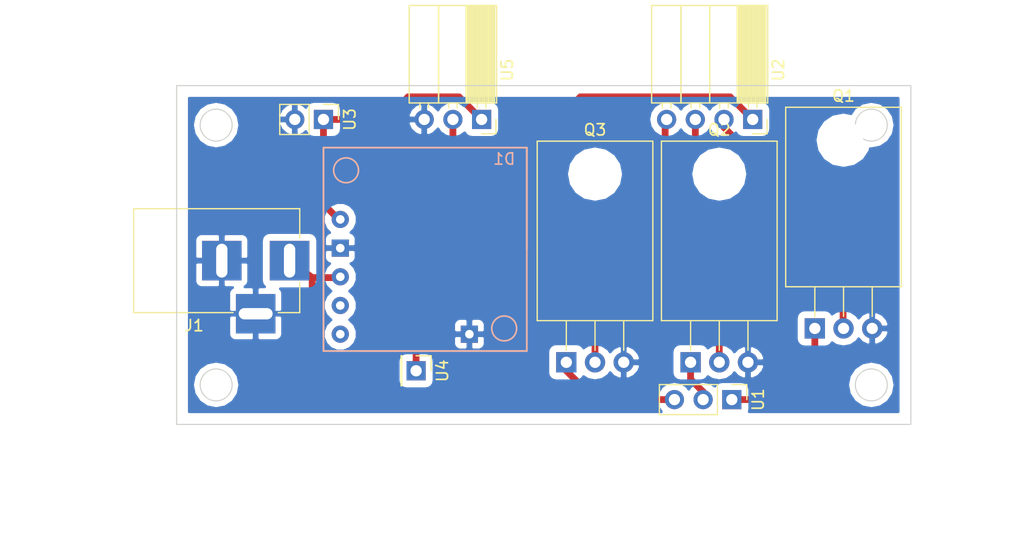
<source format=kicad_pcb>
(kicad_pcb (version 4) (host pcbnew 4.0.7)

  (general
    (links 19)
    (no_connects 0)
    (area 94.150001 85.824999 188.135715 136.200001)
    (thickness 1.6)
    (drawings 27)
    (tracks 45)
    (zones 0)
    (modules 10)
    (nets 11)
  )

  (page A4)
  (layers
    (0 F.Cu signal)
    (31 B.Cu signal)
    (32 B.Adhes user)
    (33 F.Adhes user)
    (34 B.Paste user)
    (35 F.Paste user)
    (36 B.SilkS user)
    (37 F.SilkS user)
    (38 B.Mask user)
    (39 F.Mask user)
    (40 Dwgs.User user)
    (41 Cmts.User user)
    (42 Eco1.User user)
    (43 Eco2.User user)
    (44 Edge.Cuts user)
    (45 Margin user)
    (46 B.CrtYd user)
    (47 F.CrtYd user)
    (48 B.Fab user)
    (49 F.Fab user)
  )

  (setup
    (last_trace_width 0.6)
    (trace_clearance 0.6)
    (zone_clearance 0.508)
    (zone_45_only yes)
    (trace_min 0.2)
    (segment_width 0.2)
    (edge_width 0.1)
    (via_size 0.6)
    (via_drill 0.4)
    (via_min_size 0.4)
    (via_min_drill 0.3)
    (uvia_size 0.3)
    (uvia_drill 0.1)
    (uvias_allowed no)
    (uvia_min_size 0.2)
    (uvia_min_drill 0.1)
    (pcb_text_width 0.3)
    (pcb_text_size 1.5 1.5)
    (mod_edge_width 0.15)
    (mod_text_size 1 1)
    (mod_text_width 0.15)
    (pad_size 1.5 1.5)
    (pad_drill 0.6)
    (pad_to_mask_clearance 0)
    (aux_axis_origin 110 124)
    (grid_origin 110 124)
    (visible_elements FFFFFF7F)
    (pcbplotparams
      (layerselection 0x00030_80000001)
      (usegerberextensions false)
      (excludeedgelayer true)
      (linewidth 0.100000)
      (plotframeref false)
      (viasonmask false)
      (mode 1)
      (useauxorigin false)
      (hpglpennumber 1)
      (hpglpenspeed 20)
      (hpglpendiameter 15)
      (hpglpenoverlay 2)
      (psnegative false)
      (psa4output false)
      (plotreference true)
      (plotvalue true)
      (plotinvisibletext false)
      (padsonsilk false)
      (subtractmaskfromsilk false)
      (outputformat 1)
      (mirror false)
      (drillshape 1)
      (scaleselection 1)
      (outputdirectory ""))
  )

  (net 0 "")
  (net 1 +12V)
  (net 2 GND)
  (net 3 "Net-(Q1-Pad1)")
  (net 4 "Net-(Q1-Pad2)")
  (net 5 "Net-(Q2-Pad1)")
  (net 6 "Net-(Q2-Pad2)")
  (net 7 "Net-(Q3-Pad1)")
  (net 8 "Net-(Q3-Pad2)")
  (net 9 "Net-(U4-Pad1)")
  (net 10 5V)

  (net_class Default "This is the default net class."
    (clearance 0.6)
    (trace_width 0.6)
    (via_dia 0.6)
    (via_drill 0.4)
    (uvia_dia 0.3)
    (uvia_drill 0.1)
    (add_net +12V)
    (add_net 5V)
    (add_net GND)
    (add_net "Net-(Q1-Pad1)")
    (add_net "Net-(Q1-Pad2)")
    (add_net "Net-(Q2-Pad1)")
    (add_net "Net-(Q2-Pad2)")
    (add_net "Net-(Q3-Pad1)")
    (add_net "Net-(Q3-Pad2)")
    (add_net "Net-(U4-Pad1)")
  )

  (module TO_SOT_Packages_THT:TO-220-3_Horizontal (layer F.Cu) (tedit 58CE52AD) (tstamp 59EA23ED)
    (at 166.5 115.5)
    (descr "TO-220-3, Horizontal, RM 2.54mm")
    (tags "TO-220-3 Horizontal RM 2.54mm")
    (path /59E8B3DA)
    (fp_text reference Q1 (at 2.54 -20.58) (layer F.SilkS)
      (effects (font (size 1 1) (thickness 0.15)))
    )
    (fp_text value IRLZ44N (at 2.54 1.9) (layer F.Fab)
      (effects (font (size 1 1) (thickness 0.15)))
    )
    (fp_text user %R (at 2.54 -20.58) (layer F.Fab)
      (effects (font (size 1 1) (thickness 0.15)))
    )
    (fp_line (start -2.46 -13.06) (end -2.46 -19.46) (layer F.Fab) (width 0.1))
    (fp_line (start -2.46 -19.46) (end 7.54 -19.46) (layer F.Fab) (width 0.1))
    (fp_line (start 7.54 -19.46) (end 7.54 -13.06) (layer F.Fab) (width 0.1))
    (fp_line (start 7.54 -13.06) (end -2.46 -13.06) (layer F.Fab) (width 0.1))
    (fp_line (start -2.46 -3.81) (end -2.46 -13.06) (layer F.Fab) (width 0.1))
    (fp_line (start -2.46 -13.06) (end 7.54 -13.06) (layer F.Fab) (width 0.1))
    (fp_line (start 7.54 -13.06) (end 7.54 -3.81) (layer F.Fab) (width 0.1))
    (fp_line (start 7.54 -3.81) (end -2.46 -3.81) (layer F.Fab) (width 0.1))
    (fp_line (start 0 -3.81) (end 0 0) (layer F.Fab) (width 0.1))
    (fp_line (start 2.54 -3.81) (end 2.54 0) (layer F.Fab) (width 0.1))
    (fp_line (start 5.08 -3.81) (end 5.08 0) (layer F.Fab) (width 0.1))
    (fp_line (start -2.58 -3.69) (end 7.66 -3.69) (layer F.SilkS) (width 0.12))
    (fp_line (start -2.58 -19.58) (end 7.66 -19.58) (layer F.SilkS) (width 0.12))
    (fp_line (start -2.58 -19.58) (end -2.58 -3.69) (layer F.SilkS) (width 0.12))
    (fp_line (start 7.66 -19.58) (end 7.66 -3.69) (layer F.SilkS) (width 0.12))
    (fp_line (start 0 -3.69) (end 0 -1.05) (layer F.SilkS) (width 0.12))
    (fp_line (start 2.54 -3.69) (end 2.54 -1.066) (layer F.SilkS) (width 0.12))
    (fp_line (start 5.08 -3.69) (end 5.08 -1.066) (layer F.SilkS) (width 0.12))
    (fp_line (start -2.71 -19.71) (end -2.71 1.15) (layer F.CrtYd) (width 0.05))
    (fp_line (start -2.71 1.15) (end 7.79 1.15) (layer F.CrtYd) (width 0.05))
    (fp_line (start 7.79 1.15) (end 7.79 -19.71) (layer F.CrtYd) (width 0.05))
    (fp_line (start 7.79 -19.71) (end -2.71 -19.71) (layer F.CrtYd) (width 0.05))
    (fp_circle (center 2.54 -16.66) (end 4.39 -16.66) (layer F.Fab) (width 0.1))
    (pad 0 np_thru_hole oval (at 2.54 -16.66) (size 3.5 3.5) (drill 3.5) (layers *.Cu *.Mask))
    (pad 1 thru_hole rect (at 0 0) (size 1.8 1.8) (drill 1) (layers *.Cu *.Mask)
      (net 3 "Net-(Q1-Pad1)"))
    (pad 2 thru_hole oval (at 2.54 0) (size 1.8 1.8) (drill 1) (layers *.Cu *.Mask)
      (net 4 "Net-(Q1-Pad2)"))
    (pad 3 thru_hole oval (at 5.08 0) (size 1.8 1.8) (drill 1) (layers *.Cu *.Mask)
      (net 2 GND))
    (model ${KISYS3DMOD}/TO_SOT_Packages_THT.3dshapes/TO-220-3_Horizontal.wrl
      (at (xyz 0.1 0 0))
      (scale (xyz 0.393701 0.393701 0.393701))
      (rotate (xyz 0 0 0))
    )
  )

  (module TO_SOT_Packages_THT:TO-220-3_Horizontal (layer F.Cu) (tedit 58CE52AD) (tstamp 59EA240D)
    (at 155.5 118.5)
    (descr "TO-220-3, Horizontal, RM 2.54mm")
    (tags "TO-220-3 Horizontal RM 2.54mm")
    (path /59E8B281)
    (fp_text reference Q2 (at 2.54 -20.58) (layer F.SilkS)
      (effects (font (size 1 1) (thickness 0.15)))
    )
    (fp_text value IRLZ44N (at 2.54 1.9) (layer F.Fab)
      (effects (font (size 1 1) (thickness 0.15)))
    )
    (fp_text user %R (at 2.54 -20.58) (layer F.Fab)
      (effects (font (size 1 1) (thickness 0.15)))
    )
    (fp_line (start -2.46 -13.06) (end -2.46 -19.46) (layer F.Fab) (width 0.1))
    (fp_line (start -2.46 -19.46) (end 7.54 -19.46) (layer F.Fab) (width 0.1))
    (fp_line (start 7.54 -19.46) (end 7.54 -13.06) (layer F.Fab) (width 0.1))
    (fp_line (start 7.54 -13.06) (end -2.46 -13.06) (layer F.Fab) (width 0.1))
    (fp_line (start -2.46 -3.81) (end -2.46 -13.06) (layer F.Fab) (width 0.1))
    (fp_line (start -2.46 -13.06) (end 7.54 -13.06) (layer F.Fab) (width 0.1))
    (fp_line (start 7.54 -13.06) (end 7.54 -3.81) (layer F.Fab) (width 0.1))
    (fp_line (start 7.54 -3.81) (end -2.46 -3.81) (layer F.Fab) (width 0.1))
    (fp_line (start 0 -3.81) (end 0 0) (layer F.Fab) (width 0.1))
    (fp_line (start 2.54 -3.81) (end 2.54 0) (layer F.Fab) (width 0.1))
    (fp_line (start 5.08 -3.81) (end 5.08 0) (layer F.Fab) (width 0.1))
    (fp_line (start -2.58 -3.69) (end 7.66 -3.69) (layer F.SilkS) (width 0.12))
    (fp_line (start -2.58 -19.58) (end 7.66 -19.58) (layer F.SilkS) (width 0.12))
    (fp_line (start -2.58 -19.58) (end -2.58 -3.69) (layer F.SilkS) (width 0.12))
    (fp_line (start 7.66 -19.58) (end 7.66 -3.69) (layer F.SilkS) (width 0.12))
    (fp_line (start 0 -3.69) (end 0 -1.05) (layer F.SilkS) (width 0.12))
    (fp_line (start 2.54 -3.69) (end 2.54 -1.066) (layer F.SilkS) (width 0.12))
    (fp_line (start 5.08 -3.69) (end 5.08 -1.066) (layer F.SilkS) (width 0.12))
    (fp_line (start -2.71 -19.71) (end -2.71 1.15) (layer F.CrtYd) (width 0.05))
    (fp_line (start -2.71 1.15) (end 7.79 1.15) (layer F.CrtYd) (width 0.05))
    (fp_line (start 7.79 1.15) (end 7.79 -19.71) (layer F.CrtYd) (width 0.05))
    (fp_line (start 7.79 -19.71) (end -2.71 -19.71) (layer F.CrtYd) (width 0.05))
    (fp_circle (center 2.54 -16.66) (end 4.39 -16.66) (layer F.Fab) (width 0.1))
    (pad 0 np_thru_hole oval (at 2.54 -16.66) (size 3.5 3.5) (drill 3.5) (layers *.Cu *.Mask))
    (pad 1 thru_hole rect (at 0 0) (size 1.8 1.8) (drill 1) (layers *.Cu *.Mask)
      (net 5 "Net-(Q2-Pad1)"))
    (pad 2 thru_hole oval (at 2.54 0) (size 1.8 1.8) (drill 1) (layers *.Cu *.Mask)
      (net 6 "Net-(Q2-Pad2)"))
    (pad 3 thru_hole oval (at 5.08 0) (size 1.8 1.8) (drill 1) (layers *.Cu *.Mask)
      (net 2 GND))
    (model ${KISYS3DMOD}/TO_SOT_Packages_THT.3dshapes/TO-220-3_Horizontal.wrl
      (at (xyz 0.1 0 0))
      (scale (xyz 0.393701 0.393701 0.393701))
      (rotate (xyz 0 0 0))
    )
  )

  (module TO_SOT_Packages_THT:TO-220-3_Horizontal (layer F.Cu) (tedit 58CE52AD) (tstamp 59EA242D)
    (at 144.5 118.5)
    (descr "TO-220-3, Horizontal, RM 2.54mm")
    (tags "TO-220-3 Horizontal RM 2.54mm")
    (path /59E8B41E)
    (fp_text reference Q3 (at 2.54 -20.58) (layer F.SilkS)
      (effects (font (size 1 1) (thickness 0.15)))
    )
    (fp_text value IRLZ44N (at 2.54 1.9) (layer F.Fab)
      (effects (font (size 1 1) (thickness 0.15)))
    )
    (fp_text user %R (at 2.54 -20.58) (layer F.Fab)
      (effects (font (size 1 1) (thickness 0.15)))
    )
    (fp_line (start -2.46 -13.06) (end -2.46 -19.46) (layer F.Fab) (width 0.1))
    (fp_line (start -2.46 -19.46) (end 7.54 -19.46) (layer F.Fab) (width 0.1))
    (fp_line (start 7.54 -19.46) (end 7.54 -13.06) (layer F.Fab) (width 0.1))
    (fp_line (start 7.54 -13.06) (end -2.46 -13.06) (layer F.Fab) (width 0.1))
    (fp_line (start -2.46 -3.81) (end -2.46 -13.06) (layer F.Fab) (width 0.1))
    (fp_line (start -2.46 -13.06) (end 7.54 -13.06) (layer F.Fab) (width 0.1))
    (fp_line (start 7.54 -13.06) (end 7.54 -3.81) (layer F.Fab) (width 0.1))
    (fp_line (start 7.54 -3.81) (end -2.46 -3.81) (layer F.Fab) (width 0.1))
    (fp_line (start 0 -3.81) (end 0 0) (layer F.Fab) (width 0.1))
    (fp_line (start 2.54 -3.81) (end 2.54 0) (layer F.Fab) (width 0.1))
    (fp_line (start 5.08 -3.81) (end 5.08 0) (layer F.Fab) (width 0.1))
    (fp_line (start -2.58 -3.69) (end 7.66 -3.69) (layer F.SilkS) (width 0.12))
    (fp_line (start -2.58 -19.58) (end 7.66 -19.58) (layer F.SilkS) (width 0.12))
    (fp_line (start -2.58 -19.58) (end -2.58 -3.69) (layer F.SilkS) (width 0.12))
    (fp_line (start 7.66 -19.58) (end 7.66 -3.69) (layer F.SilkS) (width 0.12))
    (fp_line (start 0 -3.69) (end 0 -1.05) (layer F.SilkS) (width 0.12))
    (fp_line (start 2.54 -3.69) (end 2.54 -1.066) (layer F.SilkS) (width 0.12))
    (fp_line (start 5.08 -3.69) (end 5.08 -1.066) (layer F.SilkS) (width 0.12))
    (fp_line (start -2.71 -19.71) (end -2.71 1.15) (layer F.CrtYd) (width 0.05))
    (fp_line (start -2.71 1.15) (end 7.79 1.15) (layer F.CrtYd) (width 0.05))
    (fp_line (start 7.79 1.15) (end 7.79 -19.71) (layer F.CrtYd) (width 0.05))
    (fp_line (start 7.79 -19.71) (end -2.71 -19.71) (layer F.CrtYd) (width 0.05))
    (fp_circle (center 2.54 -16.66) (end 4.39 -16.66) (layer F.Fab) (width 0.1))
    (pad 0 np_thru_hole oval (at 2.54 -16.66) (size 3.5 3.5) (drill 3.5) (layers *.Cu *.Mask))
    (pad 1 thru_hole rect (at 0 0) (size 1.8 1.8) (drill 1) (layers *.Cu *.Mask)
      (net 7 "Net-(Q3-Pad1)"))
    (pad 2 thru_hole oval (at 2.54 0) (size 1.8 1.8) (drill 1) (layers *.Cu *.Mask)
      (net 8 "Net-(Q3-Pad2)"))
    (pad 3 thru_hole oval (at 5.08 0) (size 1.8 1.8) (drill 1) (layers *.Cu *.Mask)
      (net 2 GND))
    (model ${KISYS3DMOD}/TO_SOT_Packages_THT.3dshapes/TO-220-3_Horizontal.wrl
      (at (xyz 0.1 0 0))
      (scale (xyz 0.393701 0.393701 0.393701))
      (rotate (xyz 0 0 0))
    )
  )

  (module Socket_Strips:Socket_Strip_Straight_1x03_Pitch2.54mm (layer F.Cu) (tedit 58CD5446) (tstamp 59EA2443)
    (at 159.15 121.8 270)
    (descr "Through hole straight socket strip, 1x03, 2.54mm pitch, single row")
    (tags "Through hole socket strip THT 1x03 2.54mm single row")
    (path /59E9A307)
    (fp_text reference U1 (at 0 -2.33 270) (layer F.SilkS)
      (effects (font (size 1 1) (thickness 0.15)))
    )
    (fp_text value GPIO_RGB (at 0 7.41 270) (layer F.Fab)
      (effects (font (size 1 1) (thickness 0.15)))
    )
    (fp_line (start -1.27 -1.27) (end -1.27 6.35) (layer F.Fab) (width 0.1))
    (fp_line (start -1.27 6.35) (end 1.27 6.35) (layer F.Fab) (width 0.1))
    (fp_line (start 1.27 6.35) (end 1.27 -1.27) (layer F.Fab) (width 0.1))
    (fp_line (start 1.27 -1.27) (end -1.27 -1.27) (layer F.Fab) (width 0.1))
    (fp_line (start -1.33 1.27) (end -1.33 6.41) (layer F.SilkS) (width 0.12))
    (fp_line (start -1.33 6.41) (end 1.33 6.41) (layer F.SilkS) (width 0.12))
    (fp_line (start 1.33 6.41) (end 1.33 1.27) (layer F.SilkS) (width 0.12))
    (fp_line (start 1.33 1.27) (end -1.33 1.27) (layer F.SilkS) (width 0.12))
    (fp_line (start -1.33 0) (end -1.33 -1.33) (layer F.SilkS) (width 0.12))
    (fp_line (start -1.33 -1.33) (end 0 -1.33) (layer F.SilkS) (width 0.12))
    (fp_line (start -1.8 -1.8) (end -1.8 6.85) (layer F.CrtYd) (width 0.05))
    (fp_line (start -1.8 6.85) (end 1.8 6.85) (layer F.CrtYd) (width 0.05))
    (fp_line (start 1.8 6.85) (end 1.8 -1.8) (layer F.CrtYd) (width 0.05))
    (fp_line (start 1.8 -1.8) (end -1.8 -1.8) (layer F.CrtYd) (width 0.05))
    (fp_text user %R (at 0 -2.33 270) (layer F.Fab)
      (effects (font (size 1 1) (thickness 0.15)))
    )
    (pad 1 thru_hole rect (at 0 0 270) (size 1.7 1.7) (drill 1) (layers *.Cu *.Mask)
      (net 3 "Net-(Q1-Pad1)"))
    (pad 2 thru_hole oval (at 0 2.54 270) (size 1.7 1.7) (drill 1) (layers *.Cu *.Mask)
      (net 5 "Net-(Q2-Pad1)"))
    (pad 3 thru_hole oval (at 0 5.08 270) (size 1.7 1.7) (drill 1) (layers *.Cu *.Mask)
      (net 7 "Net-(Q3-Pad1)"))
    (model ${KISYS3DMOD}/Socket_Strips.3dshapes/Socket_Strip_Straight_1x03_Pitch2.54mm.wrl
      (at (xyz 0 -0.1 0))
      (scale (xyz 1 1 1))
      (rotate (xyz 0 0 270))
    )
  )

  (module Socket_Strips:Socket_Strip_Angled_1x04_Pitch2.54mm (layer F.Cu) (tedit 58CD5446) (tstamp 59EA24A0)
    (at 161 97 270)
    (descr "Through hole angled socket strip, 1x04, 2.54mm pitch, 8.51mm socket length, single row")
    (tags "Through hole angled socket strip THT 1x04 2.54mm single row")
    (path /59E9A620)
    (fp_text reference U2 (at -4.38 -2.27 270) (layer F.SilkS)
      (effects (font (size 1 1) (thickness 0.15)))
    )
    (fp_text value LED_STRIP (at -4.38 9.89 270) (layer F.Fab)
      (effects (font (size 1 1) (thickness 0.15)))
    )
    (fp_line (start -1.52 -1.27) (end -1.52 1.27) (layer F.Fab) (width 0.1))
    (fp_line (start -1.52 1.27) (end -10.03 1.27) (layer F.Fab) (width 0.1))
    (fp_line (start -10.03 1.27) (end -10.03 -1.27) (layer F.Fab) (width 0.1))
    (fp_line (start -10.03 -1.27) (end -1.52 -1.27) (layer F.Fab) (width 0.1))
    (fp_line (start 0 -0.32) (end 0 0.32) (layer F.Fab) (width 0.1))
    (fp_line (start 0 0.32) (end -1.52 0.32) (layer F.Fab) (width 0.1))
    (fp_line (start -1.52 0.32) (end -1.52 -0.32) (layer F.Fab) (width 0.1))
    (fp_line (start -1.52 -0.32) (end 0 -0.32) (layer F.Fab) (width 0.1))
    (fp_line (start -1.52 1.27) (end -1.52 3.81) (layer F.Fab) (width 0.1))
    (fp_line (start -1.52 3.81) (end -10.03 3.81) (layer F.Fab) (width 0.1))
    (fp_line (start -10.03 3.81) (end -10.03 1.27) (layer F.Fab) (width 0.1))
    (fp_line (start -10.03 1.27) (end -1.52 1.27) (layer F.Fab) (width 0.1))
    (fp_line (start 0 2.22) (end 0 2.86) (layer F.Fab) (width 0.1))
    (fp_line (start 0 2.86) (end -1.52 2.86) (layer F.Fab) (width 0.1))
    (fp_line (start -1.52 2.86) (end -1.52 2.22) (layer F.Fab) (width 0.1))
    (fp_line (start -1.52 2.22) (end 0 2.22) (layer F.Fab) (width 0.1))
    (fp_line (start -1.52 3.81) (end -1.52 6.35) (layer F.Fab) (width 0.1))
    (fp_line (start -1.52 6.35) (end -10.03 6.35) (layer F.Fab) (width 0.1))
    (fp_line (start -10.03 6.35) (end -10.03 3.81) (layer F.Fab) (width 0.1))
    (fp_line (start -10.03 3.81) (end -1.52 3.81) (layer F.Fab) (width 0.1))
    (fp_line (start 0 4.76) (end 0 5.4) (layer F.Fab) (width 0.1))
    (fp_line (start 0 5.4) (end -1.52 5.4) (layer F.Fab) (width 0.1))
    (fp_line (start -1.52 5.4) (end -1.52 4.76) (layer F.Fab) (width 0.1))
    (fp_line (start -1.52 4.76) (end 0 4.76) (layer F.Fab) (width 0.1))
    (fp_line (start -1.52 6.35) (end -1.52 8.89) (layer F.Fab) (width 0.1))
    (fp_line (start -1.52 8.89) (end -10.03 8.89) (layer F.Fab) (width 0.1))
    (fp_line (start -10.03 8.89) (end -10.03 6.35) (layer F.Fab) (width 0.1))
    (fp_line (start -10.03 6.35) (end -1.52 6.35) (layer F.Fab) (width 0.1))
    (fp_line (start 0 7.3) (end 0 7.94) (layer F.Fab) (width 0.1))
    (fp_line (start 0 7.94) (end -1.52 7.94) (layer F.Fab) (width 0.1))
    (fp_line (start -1.52 7.94) (end -1.52 7.3) (layer F.Fab) (width 0.1))
    (fp_line (start -1.52 7.3) (end 0 7.3) (layer F.Fab) (width 0.1))
    (fp_line (start -1.46 -1.33) (end -1.46 1.27) (layer F.SilkS) (width 0.12))
    (fp_line (start -1.46 1.27) (end -10.09 1.27) (layer F.SilkS) (width 0.12))
    (fp_line (start -10.09 1.27) (end -10.09 -1.33) (layer F.SilkS) (width 0.12))
    (fp_line (start -10.09 -1.33) (end -1.46 -1.33) (layer F.SilkS) (width 0.12))
    (fp_line (start -1.03 -0.38) (end -1.46 -0.38) (layer F.SilkS) (width 0.12))
    (fp_line (start -1.03 0.38) (end -1.46 0.38) (layer F.SilkS) (width 0.12))
    (fp_line (start -1.46 -1.15) (end -10.09 -1.15) (layer F.SilkS) (width 0.12))
    (fp_line (start -1.46 -1.03) (end -10.09 -1.03) (layer F.SilkS) (width 0.12))
    (fp_line (start -1.46 -0.91) (end -10.09 -0.91) (layer F.SilkS) (width 0.12))
    (fp_line (start -1.46 -0.79) (end -10.09 -0.79) (layer F.SilkS) (width 0.12))
    (fp_line (start -1.46 -0.67) (end -10.09 -0.67) (layer F.SilkS) (width 0.12))
    (fp_line (start -1.46 -0.55) (end -10.09 -0.55) (layer F.SilkS) (width 0.12))
    (fp_line (start -1.46 -0.43) (end -10.09 -0.43) (layer F.SilkS) (width 0.12))
    (fp_line (start -1.46 -0.31) (end -10.09 -0.31) (layer F.SilkS) (width 0.12))
    (fp_line (start -1.46 -0.19) (end -10.09 -0.19) (layer F.SilkS) (width 0.12))
    (fp_line (start -1.46 -0.07) (end -10.09 -0.07) (layer F.SilkS) (width 0.12))
    (fp_line (start -1.46 0.05) (end -10.09 0.05) (layer F.SilkS) (width 0.12))
    (fp_line (start -1.46 0.17) (end -10.09 0.17) (layer F.SilkS) (width 0.12))
    (fp_line (start -1.46 0.29) (end -10.09 0.29) (layer F.SilkS) (width 0.12))
    (fp_line (start -1.46 0.41) (end -10.09 0.41) (layer F.SilkS) (width 0.12))
    (fp_line (start -1.46 0.53) (end -10.09 0.53) (layer F.SilkS) (width 0.12))
    (fp_line (start -1.46 0.65) (end -10.09 0.65) (layer F.SilkS) (width 0.12))
    (fp_line (start -1.46 0.77) (end -10.09 0.77) (layer F.SilkS) (width 0.12))
    (fp_line (start -1.46 0.89) (end -10.09 0.89) (layer F.SilkS) (width 0.12))
    (fp_line (start -1.46 1.01) (end -10.09 1.01) (layer F.SilkS) (width 0.12))
    (fp_line (start -1.46 1.13) (end -10.09 1.13) (layer F.SilkS) (width 0.12))
    (fp_line (start -1.46 1.25) (end -10.09 1.25) (layer F.SilkS) (width 0.12))
    (fp_line (start -1.46 1.37) (end -10.09 1.37) (layer F.SilkS) (width 0.12))
    (fp_line (start -1.46 1.27) (end -1.46 3.81) (layer F.SilkS) (width 0.12))
    (fp_line (start -1.46 3.81) (end -10.09 3.81) (layer F.SilkS) (width 0.12))
    (fp_line (start -10.09 3.81) (end -10.09 1.27) (layer F.SilkS) (width 0.12))
    (fp_line (start -10.09 1.27) (end -1.46 1.27) (layer F.SilkS) (width 0.12))
    (fp_line (start -1.03 2.16) (end -1.46 2.16) (layer F.SilkS) (width 0.12))
    (fp_line (start -1.03 2.92) (end -1.46 2.92) (layer F.SilkS) (width 0.12))
    (fp_line (start -1.46 3.81) (end -1.46 6.35) (layer F.SilkS) (width 0.12))
    (fp_line (start -1.46 6.35) (end -10.09 6.35) (layer F.SilkS) (width 0.12))
    (fp_line (start -10.09 6.35) (end -10.09 3.81) (layer F.SilkS) (width 0.12))
    (fp_line (start -10.09 3.81) (end -1.46 3.81) (layer F.SilkS) (width 0.12))
    (fp_line (start -1.03 4.7) (end -1.46 4.7) (layer F.SilkS) (width 0.12))
    (fp_line (start -1.03 5.46) (end -1.46 5.46) (layer F.SilkS) (width 0.12))
    (fp_line (start -1.46 6.35) (end -1.46 8.95) (layer F.SilkS) (width 0.12))
    (fp_line (start -1.46 8.95) (end -10.09 8.95) (layer F.SilkS) (width 0.12))
    (fp_line (start -10.09 8.95) (end -10.09 6.35) (layer F.SilkS) (width 0.12))
    (fp_line (start -10.09 6.35) (end -1.46 6.35) (layer F.SilkS) (width 0.12))
    (fp_line (start -1.03 7.24) (end -1.46 7.24) (layer F.SilkS) (width 0.12))
    (fp_line (start -1.03 8) (end -1.46 8) (layer F.SilkS) (width 0.12))
    (fp_line (start 0 -1.27) (end 1.27 -1.27) (layer F.SilkS) (width 0.12))
    (fp_line (start 1.27 -1.27) (end 1.27 0) (layer F.SilkS) (width 0.12))
    (fp_line (start 1.8 -1.8) (end 1.8 9.4) (layer F.CrtYd) (width 0.05))
    (fp_line (start 1.8 9.4) (end -10.55 9.4) (layer F.CrtYd) (width 0.05))
    (fp_line (start -10.55 9.4) (end -10.55 -1.8) (layer F.CrtYd) (width 0.05))
    (fp_line (start -10.55 -1.8) (end 1.8 -1.8) (layer F.CrtYd) (width 0.05))
    (fp_text user %R (at -4.38 -2.27 270) (layer F.Fab)
      (effects (font (size 1 1) (thickness 0.15)))
    )
    (pad 1 thru_hole rect (at 0 0 270) (size 1.7 1.7) (drill 1) (layers *.Cu *.Mask)
      (net 1 +12V))
    (pad 2 thru_hole oval (at 0 2.54 270) (size 1.7 1.7) (drill 1) (layers *.Cu *.Mask)
      (net 4 "Net-(Q1-Pad2)"))
    (pad 3 thru_hole oval (at 0 5.08 270) (size 1.7 1.7) (drill 1) (layers *.Cu *.Mask)
      (net 6 "Net-(Q2-Pad2)"))
    (pad 4 thru_hole oval (at 0 7.62 270) (size 1.7 1.7) (drill 1) (layers *.Cu *.Mask)
      (net 8 "Net-(Q3-Pad2)"))
    (model ${KISYS3DMOD}/Socket_Strips.3dshapes/Socket_Strip_Angled_1x04_Pitch2.54mm.wrl
      (at (xyz 0 -0.15 0))
      (scale (xyz 1 1 1))
      (rotate (xyz 0 0 270))
    )
  )

  (module Socket_Strips:Socket_Strip_Straight_1x02_Pitch2.54mm (layer F.Cu) (tedit 58CD5446) (tstamp 59EA24B5)
    (at 123 97 270)
    (descr "Through hole straight socket strip, 1x02, 2.54mm pitch, single row")
    (tags "Through hole socket strip THT 1x02 2.54mm single row")
    (path /59E9CC3E)
    (fp_text reference U3 (at 0 -2.33 270) (layer F.SilkS)
      (effects (font (size 1 1) (thickness 0.15)))
    )
    (fp_text value RPI_PWR (at 0 4.87 270) (layer F.Fab)
      (effects (font (size 1 1) (thickness 0.15)))
    )
    (fp_line (start -1.27 -1.27) (end -1.27 3.81) (layer F.Fab) (width 0.1))
    (fp_line (start -1.27 3.81) (end 1.27 3.81) (layer F.Fab) (width 0.1))
    (fp_line (start 1.27 3.81) (end 1.27 -1.27) (layer F.Fab) (width 0.1))
    (fp_line (start 1.27 -1.27) (end -1.27 -1.27) (layer F.Fab) (width 0.1))
    (fp_line (start -1.33 1.27) (end -1.33 3.87) (layer F.SilkS) (width 0.12))
    (fp_line (start -1.33 3.87) (end 1.33 3.87) (layer F.SilkS) (width 0.12))
    (fp_line (start 1.33 3.87) (end 1.33 1.27) (layer F.SilkS) (width 0.12))
    (fp_line (start 1.33 1.27) (end -1.33 1.27) (layer F.SilkS) (width 0.12))
    (fp_line (start -1.33 0) (end -1.33 -1.33) (layer F.SilkS) (width 0.12))
    (fp_line (start -1.33 -1.33) (end 0 -1.33) (layer F.SilkS) (width 0.12))
    (fp_line (start -1.8 -1.8) (end -1.8 4.35) (layer F.CrtYd) (width 0.05))
    (fp_line (start -1.8 4.35) (end 1.8 4.35) (layer F.CrtYd) (width 0.05))
    (fp_line (start 1.8 4.35) (end 1.8 -1.8) (layer F.CrtYd) (width 0.05))
    (fp_line (start 1.8 -1.8) (end -1.8 -1.8) (layer F.CrtYd) (width 0.05))
    (fp_text user %R (at 0 -2.33 270) (layer F.Fab)
      (effects (font (size 1 1) (thickness 0.15)))
    )
    (pad 1 thru_hole rect (at 0 0 270) (size 1.7 1.7) (drill 1) (layers *.Cu *.Mask)
      (net 10 5V))
    (pad 2 thru_hole oval (at 0 2.54 270) (size 1.7 1.7) (drill 1) (layers *.Cu *.Mask)
      (net 2 GND))
    (model ${KISYS3DMOD}/Socket_Strips.3dshapes/Socket_Strip_Straight_1x02_Pitch2.54mm.wrl
      (at (xyz 0 -0.05 0))
      (scale (xyz 1 1 1))
      (rotate (xyz 0 0 270))
    )
  )

  (module Socket_Strips:Socket_Strip_Angled_1x03_Pitch2.54mm (layer F.Cu) (tedit 58CD5446) (tstamp 59EA2518)
    (at 137 97 270)
    (descr "Through hole angled socket strip, 1x03, 2.54mm pitch, 8.51mm socket length, single row")
    (tags "Through hole angled socket strip THT 1x03 2.54mm single row")
    (path /59EA2249)
    (fp_text reference U5 (at -4.38 -2.27 270) (layer F.SilkS)
      (effects (font (size 1 1) (thickness 0.15)))
    )
    (fp_text value MOTION (at -4.38 7.35 270) (layer F.Fab)
      (effects (font (size 1 1) (thickness 0.15)))
    )
    (fp_line (start -1.52 -1.27) (end -1.52 1.27) (layer F.Fab) (width 0.1))
    (fp_line (start -1.52 1.27) (end -10.03 1.27) (layer F.Fab) (width 0.1))
    (fp_line (start -10.03 1.27) (end -10.03 -1.27) (layer F.Fab) (width 0.1))
    (fp_line (start -10.03 -1.27) (end -1.52 -1.27) (layer F.Fab) (width 0.1))
    (fp_line (start 0 -0.32) (end 0 0.32) (layer F.Fab) (width 0.1))
    (fp_line (start 0 0.32) (end -1.52 0.32) (layer F.Fab) (width 0.1))
    (fp_line (start -1.52 0.32) (end -1.52 -0.32) (layer F.Fab) (width 0.1))
    (fp_line (start -1.52 -0.32) (end 0 -0.32) (layer F.Fab) (width 0.1))
    (fp_line (start -1.52 1.27) (end -1.52 3.81) (layer F.Fab) (width 0.1))
    (fp_line (start -1.52 3.81) (end -10.03 3.81) (layer F.Fab) (width 0.1))
    (fp_line (start -10.03 3.81) (end -10.03 1.27) (layer F.Fab) (width 0.1))
    (fp_line (start -10.03 1.27) (end -1.52 1.27) (layer F.Fab) (width 0.1))
    (fp_line (start 0 2.22) (end 0 2.86) (layer F.Fab) (width 0.1))
    (fp_line (start 0 2.86) (end -1.52 2.86) (layer F.Fab) (width 0.1))
    (fp_line (start -1.52 2.86) (end -1.52 2.22) (layer F.Fab) (width 0.1))
    (fp_line (start -1.52 2.22) (end 0 2.22) (layer F.Fab) (width 0.1))
    (fp_line (start -1.52 3.81) (end -1.52 6.35) (layer F.Fab) (width 0.1))
    (fp_line (start -1.52 6.35) (end -10.03 6.35) (layer F.Fab) (width 0.1))
    (fp_line (start -10.03 6.35) (end -10.03 3.81) (layer F.Fab) (width 0.1))
    (fp_line (start -10.03 3.81) (end -1.52 3.81) (layer F.Fab) (width 0.1))
    (fp_line (start 0 4.76) (end 0 5.4) (layer F.Fab) (width 0.1))
    (fp_line (start 0 5.4) (end -1.52 5.4) (layer F.Fab) (width 0.1))
    (fp_line (start -1.52 5.4) (end -1.52 4.76) (layer F.Fab) (width 0.1))
    (fp_line (start -1.52 4.76) (end 0 4.76) (layer F.Fab) (width 0.1))
    (fp_line (start -1.46 -1.33) (end -1.46 1.27) (layer F.SilkS) (width 0.12))
    (fp_line (start -1.46 1.27) (end -10.09 1.27) (layer F.SilkS) (width 0.12))
    (fp_line (start -10.09 1.27) (end -10.09 -1.33) (layer F.SilkS) (width 0.12))
    (fp_line (start -10.09 -1.33) (end -1.46 -1.33) (layer F.SilkS) (width 0.12))
    (fp_line (start -1.03 -0.38) (end -1.46 -0.38) (layer F.SilkS) (width 0.12))
    (fp_line (start -1.03 0.38) (end -1.46 0.38) (layer F.SilkS) (width 0.12))
    (fp_line (start -1.46 -1.15) (end -10.09 -1.15) (layer F.SilkS) (width 0.12))
    (fp_line (start -1.46 -1.03) (end -10.09 -1.03) (layer F.SilkS) (width 0.12))
    (fp_line (start -1.46 -0.91) (end -10.09 -0.91) (layer F.SilkS) (width 0.12))
    (fp_line (start -1.46 -0.79) (end -10.09 -0.79) (layer F.SilkS) (width 0.12))
    (fp_line (start -1.46 -0.67) (end -10.09 -0.67) (layer F.SilkS) (width 0.12))
    (fp_line (start -1.46 -0.55) (end -10.09 -0.55) (layer F.SilkS) (width 0.12))
    (fp_line (start -1.46 -0.43) (end -10.09 -0.43) (layer F.SilkS) (width 0.12))
    (fp_line (start -1.46 -0.31) (end -10.09 -0.31) (layer F.SilkS) (width 0.12))
    (fp_line (start -1.46 -0.19) (end -10.09 -0.19) (layer F.SilkS) (width 0.12))
    (fp_line (start -1.46 -0.07) (end -10.09 -0.07) (layer F.SilkS) (width 0.12))
    (fp_line (start -1.46 0.05) (end -10.09 0.05) (layer F.SilkS) (width 0.12))
    (fp_line (start -1.46 0.17) (end -10.09 0.17) (layer F.SilkS) (width 0.12))
    (fp_line (start -1.46 0.29) (end -10.09 0.29) (layer F.SilkS) (width 0.12))
    (fp_line (start -1.46 0.41) (end -10.09 0.41) (layer F.SilkS) (width 0.12))
    (fp_line (start -1.46 0.53) (end -10.09 0.53) (layer F.SilkS) (width 0.12))
    (fp_line (start -1.46 0.65) (end -10.09 0.65) (layer F.SilkS) (width 0.12))
    (fp_line (start -1.46 0.77) (end -10.09 0.77) (layer F.SilkS) (width 0.12))
    (fp_line (start -1.46 0.89) (end -10.09 0.89) (layer F.SilkS) (width 0.12))
    (fp_line (start -1.46 1.01) (end -10.09 1.01) (layer F.SilkS) (width 0.12))
    (fp_line (start -1.46 1.13) (end -10.09 1.13) (layer F.SilkS) (width 0.12))
    (fp_line (start -1.46 1.25) (end -10.09 1.25) (layer F.SilkS) (width 0.12))
    (fp_line (start -1.46 1.37) (end -10.09 1.37) (layer F.SilkS) (width 0.12))
    (fp_line (start -1.46 1.27) (end -1.46 3.81) (layer F.SilkS) (width 0.12))
    (fp_line (start -1.46 3.81) (end -10.09 3.81) (layer F.SilkS) (width 0.12))
    (fp_line (start -10.09 3.81) (end -10.09 1.27) (layer F.SilkS) (width 0.12))
    (fp_line (start -10.09 1.27) (end -1.46 1.27) (layer F.SilkS) (width 0.12))
    (fp_line (start -1.03 2.16) (end -1.46 2.16) (layer F.SilkS) (width 0.12))
    (fp_line (start -1.03 2.92) (end -1.46 2.92) (layer F.SilkS) (width 0.12))
    (fp_line (start -1.46 3.81) (end -1.46 6.41) (layer F.SilkS) (width 0.12))
    (fp_line (start -1.46 6.41) (end -10.09 6.41) (layer F.SilkS) (width 0.12))
    (fp_line (start -10.09 6.41) (end -10.09 3.81) (layer F.SilkS) (width 0.12))
    (fp_line (start -10.09 3.81) (end -1.46 3.81) (layer F.SilkS) (width 0.12))
    (fp_line (start -1.03 4.7) (end -1.46 4.7) (layer F.SilkS) (width 0.12))
    (fp_line (start -1.03 5.46) (end -1.46 5.46) (layer F.SilkS) (width 0.12))
    (fp_line (start 0 -1.27) (end 1.27 -1.27) (layer F.SilkS) (width 0.12))
    (fp_line (start 1.27 -1.27) (end 1.27 0) (layer F.SilkS) (width 0.12))
    (fp_line (start 1.8 -1.8) (end 1.8 6.85) (layer F.CrtYd) (width 0.05))
    (fp_line (start 1.8 6.85) (end -10.55 6.85) (layer F.CrtYd) (width 0.05))
    (fp_line (start -10.55 6.85) (end -10.55 -1.8) (layer F.CrtYd) (width 0.05))
    (fp_line (start -10.55 -1.8) (end 1.8 -1.8) (layer F.CrtYd) (width 0.05))
    (fp_text user %R (at -4.38 -2.27 270) (layer F.Fab)
      (effects (font (size 1 1) (thickness 0.15)))
    )
    (pad 1 thru_hole rect (at 0 0 270) (size 1.7 1.7) (drill 1) (layers *.Cu *.Mask)
      (net 10 5V))
    (pad 2 thru_hole oval (at 0 2.54 270) (size 1.7 1.7) (drill 1) (layers *.Cu *.Mask)
      (net 9 "Net-(U4-Pad1)"))
    (pad 3 thru_hole oval (at 0 5.08 270) (size 1.7 1.7) (drill 1) (layers *.Cu *.Mask)
      (net 2 GND))
    (model ${KISYS3DMOD}/Socket_Strips.3dshapes/Socket_Strip_Angled_1x03_Pitch2.54mm.wrl
      (at (xyz 0 -0.1 0))
      (scale (xyz 1 1 1))
      (rotate (xyz 0 0 270))
    )
  )

  (module Connectors:BARREL_JACK (layer F.Cu) (tedit 5861378E) (tstamp 59EA2FEE)
    (at 120 109.5)
    (descr "DC Barrel Jack")
    (tags "Power Jack")
    (path /59EA287C)
    (fp_text reference J1 (at -8.45 5.75 180) (layer F.SilkS)
      (effects (font (size 1 1) (thickness 0.15)))
    )
    (fp_text value Jack-DC (at -6.2 -5.5) (layer F.Fab)
      (effects (font (size 1 1) (thickness 0.15)))
    )
    (fp_line (start 1 -4.5) (end 1 -4.75) (layer F.CrtYd) (width 0.05))
    (fp_line (start 1 -4.75) (end -14 -4.75) (layer F.CrtYd) (width 0.05))
    (fp_line (start 1 -4.5) (end 1 -2) (layer F.CrtYd) (width 0.05))
    (fp_line (start 1 -2) (end 2 -2) (layer F.CrtYd) (width 0.05))
    (fp_line (start 2 -2) (end 2 2) (layer F.CrtYd) (width 0.05))
    (fp_line (start 2 2) (end 1 2) (layer F.CrtYd) (width 0.05))
    (fp_line (start 1 2) (end 1 4.75) (layer F.CrtYd) (width 0.05))
    (fp_line (start 1 4.75) (end -1 4.75) (layer F.CrtYd) (width 0.05))
    (fp_line (start -1 4.75) (end -1 6.75) (layer F.CrtYd) (width 0.05))
    (fp_line (start -1 6.75) (end -5 6.75) (layer F.CrtYd) (width 0.05))
    (fp_line (start -5 6.75) (end -5 4.75) (layer F.CrtYd) (width 0.05))
    (fp_line (start -5 4.75) (end -14 4.75) (layer F.CrtYd) (width 0.05))
    (fp_line (start -14 4.75) (end -14 -4.75) (layer F.CrtYd) (width 0.05))
    (fp_line (start -5 4.6) (end -13.8 4.6) (layer F.SilkS) (width 0.12))
    (fp_line (start -13.8 4.6) (end -13.8 -4.6) (layer F.SilkS) (width 0.12))
    (fp_line (start 0.9 1.9) (end 0.9 4.6) (layer F.SilkS) (width 0.12))
    (fp_line (start 0.9 4.6) (end -1 4.6) (layer F.SilkS) (width 0.12))
    (fp_line (start -13.8 -4.6) (end 0.9 -4.6) (layer F.SilkS) (width 0.12))
    (fp_line (start 0.9 -4.6) (end 0.9 -2) (layer F.SilkS) (width 0.12))
    (fp_line (start -10.2 -4.5) (end -10.2 4.5) (layer F.Fab) (width 0.1))
    (fp_line (start -13.7 -4.5) (end -13.7 4.5) (layer F.Fab) (width 0.1))
    (fp_line (start -13.7 4.5) (end 0.8 4.5) (layer F.Fab) (width 0.1))
    (fp_line (start 0.8 4.5) (end 0.8 -4.5) (layer F.Fab) (width 0.1))
    (fp_line (start 0.8 -4.5) (end -13.7 -4.5) (layer F.Fab) (width 0.1))
    (pad 1 thru_hole rect (at 0 0) (size 3.5 3.5) (drill oval 1 3) (layers *.Cu *.Mask)
      (net 1 +12V))
    (pad 2 thru_hole rect (at -6 0) (size 3.5 3.5) (drill oval 1 3) (layers *.Cu *.Mask)
      (net 2 GND))
    (pad 3 thru_hole rect (at -3 4.7) (size 3.5 3.5) (drill oval 3 1) (layers *.Cu *.Mask)
      (net 2 GND))
  )

  (module Socket_Strips:Socket_Strip_Straight_1x01_Pitch2.54mm (layer F.Cu) (tedit 58CD5446) (tstamp 59EA31FF)
    (at 131.2 119.25 270)
    (descr "Through hole straight socket strip, 1x01, 2.54mm pitch, single row")
    (tags "Through hole socket strip THT 1x01 2.54mm single row")
    (path /59EA215E)
    (fp_text reference U4 (at 0 -2.33 270) (layer F.SilkS)
      (effects (font (size 1 1) (thickness 0.15)))
    )
    (fp_text value GPIO_MOTION (at 0 2.33 270) (layer F.Fab)
      (effects (font (size 1 1) (thickness 0.15)))
    )
    (fp_line (start -1.27 -1.27) (end -1.27 1.27) (layer F.Fab) (width 0.1))
    (fp_line (start -1.27 1.27) (end 1.27 1.27) (layer F.Fab) (width 0.1))
    (fp_line (start 1.27 1.27) (end 1.27 -1.27) (layer F.Fab) (width 0.1))
    (fp_line (start 1.27 -1.27) (end -1.27 -1.27) (layer F.Fab) (width 0.1))
    (fp_line (start -1.33 1.27) (end -1.33 1.33) (layer F.SilkS) (width 0.12))
    (fp_line (start -1.33 1.33) (end 1.33 1.33) (layer F.SilkS) (width 0.12))
    (fp_line (start 1.33 1.33) (end 1.33 1.27) (layer F.SilkS) (width 0.12))
    (fp_line (start 1.33 1.27) (end -1.33 1.27) (layer F.SilkS) (width 0.12))
    (fp_line (start -1.33 0) (end -1.33 -1.33) (layer F.SilkS) (width 0.12))
    (fp_line (start -1.33 -1.33) (end 0 -1.33) (layer F.SilkS) (width 0.12))
    (fp_line (start -1.8 -1.8) (end -1.8 1.8) (layer F.CrtYd) (width 0.05))
    (fp_line (start -1.8 1.8) (end 1.8 1.8) (layer F.CrtYd) (width 0.05))
    (fp_line (start 1.8 1.8) (end 1.8 -1.8) (layer F.CrtYd) (width 0.05))
    (fp_line (start 1.8 -1.8) (end -1.8 -1.8) (layer F.CrtYd) (width 0.05))
    (fp_text user %R (at 0 -2.33 270) (layer F.Fab)
      (effects (font (size 1 1) (thickness 0.15)))
    )
    (pad 1 thru_hole rect (at 0 0 270) (size 1.7 1.7) (drill 1) (layers *.Cu *.Mask)
      (net 9 "Net-(U4-Pad1)"))
    (model ${KISYS3DMOD}/Socket_Strips.3dshapes/Socket_Strip_Straight_1x01_Pitch2.54mm.wrl
      (at (xyz 0 0 0))
      (scale (xyz 1 1 1))
      (rotate (xyz 0 0 270))
    )
  )

  (module led:Step_down_voltage_regulator (layer B.Cu) (tedit 5A03351E) (tstamp 59EA23CD)
    (at 132 108.5 180)
    (path /59E9CB30)
    (fp_text reference D1 (at -7 8 180) (layer B.SilkS)
      (effects (font (size 1 1) (thickness 0.15)) (justify mirror))
    )
    (fp_text value D24V22F5 (at -5 6 180) (layer B.Fab)
      (effects (font (size 1 1) (thickness 0.15)) (justify mirror))
    )
    (fp_circle (center -7 -7) (end -5.9 -7) (layer B.SilkS) (width 0.15))
    (fp_circle (center 7 7) (end 8.1 7) (layer B.SilkS) (width 0.15))
    (fp_line (start -9 9) (end 9 9) (layer B.SilkS) (width 0.15))
    (fp_line (start 9 -9) (end 9 9) (layer B.SilkS) (width 0.15))
    (fp_line (start -9 -9) (end 9 -9) (layer B.SilkS) (width 0.15))
    (fp_line (start -9 9) (end -9 -9) (layer B.SilkS) (width 0.15))
    (fp_line (start -9 -9) (end 9 -9) (layer B.SilkS) (width 0.15))
    (fp_line (start 9 -9) (end 9 9) (layer B.SilkS) (width 0.15))
    (fp_line (start 9 9) (end -9 9) (layer B.SilkS) (width 0.15))
    (fp_line (start -9 9) (end -9 0) (layer B.SilkS) (width 0.15))
    (fp_line (start -9 0) (end -9 9) (layer B.SilkS) (width 0.15))
    (fp_line (start -9 9) (end -9 -9) (layer B.SilkS) (width 0.15))
    (pad 5 thru_hole circle (at 7.51 -7.51 180) (size 1.524 1.524) (drill 0.762) (layers *.Cu *.Mask))
    (pad 4 thru_hole circle (at 7.51 -4.97 180) (size 1.524 1.524) (drill 0.762) (layers *.Cu *.Mask))
    (pad 3 thru_hole circle (at 7.51 -2.43 180) (size 1.524 1.524) (drill 0.762) (layers *.Cu *.Mask)
      (net 1 +12V))
    (pad 2 thru_hole rect (at 7.51 0.11 180) (size 1.524 1.524) (drill 0.762) (layers *.Cu *.Mask)
      (net 2 GND))
    (pad 1 thru_hole circle (at 7.51 2.65 180) (size 1.524 1.524) (drill 0.762) (layers *.Cu *.Mask)
      (net 10 5V))
    (pad 2 thru_hole rect (at -3.92 -7.51 180) (size 1.524 1.524) (drill 0.762) (layers *.Cu *.Mask)
      (net 2 GND))
  )

  (gr_line (start 168.25 117.75) (end 117 117.75) (angle 90) (layer Cmts.User) (width 0.2))
  (gr_line (start 168.25 118) (end 168.25 117.75) (angle 90) (layer Cmts.User) (width 0.2))
  (gr_line (start 168.25 123.25) (end 168.25 118) (angle 90) (layer Cmts.User) (width 0.2))
  (gr_line (start 117 123.25) (end 168.25 123.25) (angle 90) (layer Cmts.User) (width 0.2))
  (gr_line (start 117 117.75) (end 117 123.25) (angle 90) (layer Cmts.User) (width 0.2))
  (gr_circle (center 171.5 120.5) (end 174.5 120.5) (layer Cmts.User) (width 0.2) (tstamp 59EA366D))
  (gr_circle (center 113.5 120.5) (end 116.5 120.5) (layer Cmts.User) (width 0.2))
  (dimension 29 (width 0.3) (layer Cmts.User)
    (gr_text "29.000 mm" (at 157 134.85) (layer Cmts.User) (tstamp 59EA53F0)
      (effects (font (size 1.5 1.5) (thickness 0.3)))
    )
    (feature1 (pts (xy 171.5 122.5) (xy 171.5 136.2)))
    (feature2 (pts (xy 142.5 122.5) (xy 142.5 136.2)))
    (crossbar (pts (xy 142.5 133.5) (xy 171.5 133.5)))
    (arrow1a (pts (xy 171.5 133.5) (xy 170.373496 134.086421)))
    (arrow1b (pts (xy 171.5 133.5) (xy 170.373496 132.913579)))
    (arrow2a (pts (xy 142.5 133.5) (xy 143.626504 134.086421)))
    (arrow2b (pts (xy 142.5 133.5) (xy 143.626504 132.913579)))
  )
  (dimension 29 (width 0.3) (layer Cmts.User)
    (gr_text "29.000 mm" (at 128 134.85) (layer Cmts.User) (tstamp 59EA53F2)
      (effects (font (size 1.5 1.5) (thickness 0.3)))
    )
    (feature1 (pts (xy 142.5 122.5) (xy 142.5 136.2)))
    (feature2 (pts (xy 113.5 122.5) (xy 113.5 136.2)))
    (crossbar (pts (xy 113.5 133.5) (xy 142.5 133.5)))
    (arrow1a (pts (xy 142.5 133.5) (xy 141.373496 134.086421)))
    (arrow1b (pts (xy 142.5 133.5) (xy 141.373496 132.913579)))
    (arrow2a (pts (xy 113.5 133.5) (xy 114.626504 134.086421)))
    (arrow2b (pts (xy 113.5 133.5) (xy 114.626504 132.913579)))
  )
  (dimension 3.5 (width 0.3) (layer Cmts.User)
    (gr_text "3.500 mm" (at 182.35 95.75 270) (layer Cmts.User) (tstamp 59EA53F4)
      (effects (font (size 1.5 1.5) (thickness 0.3)))
    )
    (feature1 (pts (xy 171.5 97.5) (xy 183.7 97.5)))
    (feature2 (pts (xy 171.5 94) (xy 183.7 94)))
    (crossbar (pts (xy 181 94) (xy 181 97.5)))
    (arrow1a (pts (xy 181 97.5) (xy 180.413579 96.373496)))
    (arrow1b (pts (xy 181 97.5) (xy 181.586421 96.373496)))
    (arrow2a (pts (xy 181 94) (xy 180.413579 95.126504)))
    (arrow2b (pts (xy 181 94) (xy 181.586421 95.126504)))
  )
  (dimension 3.5 (width 0.3) (layer Cmts.User)
    (gr_text "3.500 mm" (at 173.25 91.65) (layer Cmts.User) (tstamp 59EA53F6)
      (effects (font (size 1.5 1.5) (thickness 0.3)))
    )
    (feature1 (pts (xy 171.5 97.5) (xy 171.5 90.3)))
    (feature2 (pts (xy 175 97.5) (xy 175 90.3)))
    (crossbar (pts (xy 175 93) (xy 171.5 93)))
    (arrow1a (pts (xy 171.5 93) (xy 172.626504 92.413579)))
    (arrow1b (pts (xy 171.5 93) (xy 172.626504 93.586421)))
    (arrow2a (pts (xy 175 93) (xy 173.873496 92.413579)))
    (arrow2b (pts (xy 175 93) (xy 173.873496 93.586421)))
  )
  (dimension 3.5 (width 0.3) (layer Cmts.User)
    (gr_text "3.500 mm" (at 182.35 122.25 90) (layer Cmts.User) (tstamp 59EA53F8)
      (effects (font (size 1.5 1.5) (thickness 0.3)))
    )
    (feature1 (pts (xy 171.5 120.5) (xy 183.7 120.5)))
    (feature2 (pts (xy 171.5 124) (xy 183.7 124)))
    (crossbar (pts (xy 181 124) (xy 181 120.5)))
    (arrow1a (pts (xy 181 120.5) (xy 181.586421 121.626504)))
    (arrow1b (pts (xy 181 120.5) (xy 180.413579 121.626504)))
    (arrow2a (pts (xy 181 124) (xy 181.586421 122.873496)))
    (arrow2b (pts (xy 181 124) (xy 180.413579 122.873496)))
  )
  (dimension 3.5 (width 0.3) (layer Cmts.User)
    (gr_text "3.500 mm" (at 173.25 126.35) (layer Cmts.User) (tstamp 59EA53FA)
      (effects (font (size 1.5 1.5) (thickness 0.3)))
    )
    (feature1 (pts (xy 171.5 120.5) (xy 171.5 127.7)))
    (feature2 (pts (xy 175 120.5) (xy 175 127.7)))
    (crossbar (pts (xy 175 125) (xy 171.5 125)))
    (arrow1a (pts (xy 171.5 125) (xy 172.626504 124.413579)))
    (arrow1b (pts (xy 171.5 125) (xy 172.626504 125.586421)))
    (arrow2a (pts (xy 175 125) (xy 173.873496 124.413579)))
    (arrow2b (pts (xy 175 125) (xy 173.873496 125.586421)))
  )
  (dimension 3.5 (width 0.3) (layer Cmts.User)
    (gr_text "3.500 mm" (at 111.75 90.65) (layer Cmts.User) (tstamp 59EA53FC)
      (effects (font (size 1.5 1.5) (thickness 0.3)))
    )
    (feature1 (pts (xy 110 97.5) (xy 110 89.3)))
    (feature2 (pts (xy 113.5 97.5) (xy 113.5 89.3)))
    (crossbar (pts (xy 113.5 92) (xy 110 92)))
    (arrow1a (pts (xy 110 92) (xy 111.126504 91.413579)))
    (arrow1b (pts (xy 110 92) (xy 111.126504 92.586421)))
    (arrow2a (pts (xy 113.5 92) (xy 112.373496 91.413579)))
    (arrow2b (pts (xy 113.5 92) (xy 112.373496 92.586421)))
  )
  (dimension 23 (width 0.3) (layer Cmts.User)
    (gr_text "23.000 mm" (at 100.65 109 90) (layer Cmts.User) (tstamp 59EA53FE)
      (effects (font (size 1.5 1.5) (thickness 0.3)))
    )
    (feature1 (pts (xy 113.5 97.5) (xy 99.3 97.5)))
    (feature2 (pts (xy 113.5 120.5) (xy 99.3 120.5)))
    (crossbar (pts (xy 102 120.5) (xy 102 97.5)))
    (arrow1a (pts (xy 102 97.5) (xy 102.586421 98.626504)))
    (arrow1b (pts (xy 102 97.5) (xy 101.413579 98.626504)))
    (arrow2a (pts (xy 102 120.5) (xy 102.586421 119.373496)))
    (arrow2b (pts (xy 102 120.5) (xy 101.413579 119.373496)))
  )
  (dimension 3.5 (width 0.3) (layer Cmts.User)
    (gr_text "3.500 mm" (at 105.05 122.25 90) (layer Cmts.User) (tstamp 59EA5402)
      (effects (font (size 1.5 1.5) (thickness 0.3)))
    )
    (feature1 (pts (xy 110 120.5) (xy 103.7 120.5)))
    (feature2 (pts (xy 110 124) (xy 103.7 124)))
    (crossbar (pts (xy 106.4 124) (xy 106.4 120.5)))
    (arrow1a (pts (xy 106.4 120.5) (xy 106.986421 121.626504)))
    (arrow1b (pts (xy 106.4 120.5) (xy 105.813579 121.626504)))
    (arrow2a (pts (xy 106.4 124) (xy 106.986421 122.873496)))
    (arrow2b (pts (xy 106.4 124) (xy 105.813579 122.873496)))
  )
  (dimension 3.5 (width 0.3) (layer Cmts.User)
    (gr_text "3.5 mm" (at 110.75 125.85) (layer Cmts.User) (tstamp 59EA5404)
      (effects (font (size 1.5 1.5) (thickness 0.3)))
    )
    (feature1 (pts (xy 113.5 121) (xy 113.5 127.2)))
    (feature2 (pts (xy 110 121) (xy 110 127.2)))
    (crossbar (pts (xy 110 124.5) (xy 113.5 124.5)))
    (arrow1a (pts (xy 113.5 124.5) (xy 112.373496 125.086421)))
    (arrow1b (pts (xy 113.5 124.5) (xy 112.373496 123.913579)))
    (arrow2a (pts (xy 110 124.5) (xy 111.126504 125.086421)))
    (arrow2b (pts (xy 110 124.5) (xy 111.126504 123.913579)))
  )
  (gr_circle (center 171.5 97.5) (end 172.5 96.5) (layer Edge.Cuts) (width 0.1))
  (gr_circle (center 171.5 120.5) (end 170.5 121.5) (layer Edge.Cuts) (width 0.1))
  (gr_circle (center 113.5 120.5) (end 114.5 119.5) (layer Edge.Cuts) (width 0.1))
  (gr_circle (center 113.5 97.5) (end 114.5 96.5) (layer Edge.Cuts) (width 0.1))
  (gr_line (start 110 94) (end 110 124) (angle 90) (layer Edge.Cuts) (width 0.1))
  (gr_line (start 175 94) (end 110 94) (angle 90) (layer Edge.Cuts) (width 0.1))
  (gr_line (start 175 124) (end 175 94) (angle 90) (layer Edge.Cuts) (width 0.1))
  (gr_line (start 110 124) (end 175 124) (angle 90) (layer Edge.Cuts) (width 0.1))
  (dimension 30 (width 0.3) (layer Cmts.User)
    (gr_text "30.000 mm" (at 179.35 109 90) (layer Cmts.User) (tstamp 59EA540E)
      (effects (font (size 1.5 1.5) (thickness 0.3)))
    )
    (feature1 (pts (xy 175 94) (xy 180.7 94)))
    (feature2 (pts (xy 175 124) (xy 180.7 124)))
    (crossbar (pts (xy 178 124) (xy 178 94)))
    (arrow1a (pts (xy 178 94) (xy 178.586421 95.126504)))
    (arrow1b (pts (xy 178 94) (xy 177.413579 95.126504)))
    (arrow2a (pts (xy 178 124) (xy 178.586421 122.873496)))
    (arrow2b (pts (xy 178 124) (xy 177.413579 122.873496)))
  )
  (dimension 65 (width 0.3) (layer Cmts.User)
    (gr_text "65.000 mm" (at 142.5 129.35) (layer Cmts.User) (tstamp 59EA5410)
      (effects (font (size 1.5 1.5) (thickness 0.3)))
    )
    (feature1 (pts (xy 175 124) (xy 175 130.7)))
    (feature2 (pts (xy 110 124) (xy 110 130.7)))
    (crossbar (pts (xy 110 128) (xy 175 128)))
    (arrow1a (pts (xy 175 128) (xy 173.873496 128.586421)))
    (arrow1b (pts (xy 175 128) (xy 173.873496 127.413579)))
    (arrow2a (pts (xy 110 128) (xy 111.126504 128.586421)))
    (arrow2b (pts (xy 110 128) (xy 111.126504 127.413579)))
  )

  (segment (start 122 111) (end 124.42 111) (width 0.6) (layer F.Cu) (net 1))
  (segment (start 124.42 111) (end 124.49 110.93) (width 0.6) (layer F.Cu) (net 1) (tstamp 5A0331BE))
  (segment (start 159 95) (end 161 97) (width 0.6) (layer F.Cu) (net 1) (tstamp 59EA592F))
  (segment (start 145.75 95) (end 159 95) (width 0.6) (layer F.Cu) (net 1) (tstamp 59EA592D))
  (segment (start 142.5 98.25) (end 145.75 95) (width 0.6) (layer F.Cu) (net 1) (tstamp 59EA592B))
  (segment (start 142.5 98.25) (end 142.5 98.25) (width 0.6) (layer F.Cu) (net 1) (tstamp 59EA592A))
  (segment (start 142.5 115.75) (end 142.5 98.25) (width 0.6) (layer F.Cu) (net 1) (tstamp 59EA5929))
  (segment (start 142.5 119.25) (end 142.5 115.75) (width 0.6) (layer F.Cu) (net 1))
  (segment (start 140 121.75) (end 142.5 119.25) (width 0.6) (layer F.Cu) (net 1) (tstamp 59EA591C))
  (segment (start 122 118.5) (end 126 121.75) (width 0.6) (layer F.Cu) (net 1) (tstamp 59EA5910))
  (segment (start 122 111) (end 122 118.5) (width 0.6) (layer F.Cu) (net 1))
  (segment (start 126 121.75) (end 140 121.75) (width 0.6) (layer F.Cu) (net 1))
  (segment (start 120 109.5) (end 122 111) (width 0.6) (layer F.Cu) (net 1))
  (segment (start 166.5 115.5) (end 166.5 117.75) (width 0.6) (layer F.Cu) (net 3))
  (segment (start 162.45 121.8) (end 159.15 121.8) (width 0.6) (layer F.Cu) (net 3) (tstamp 59EA5863))
  (segment (start 166.5 117.75) (end 162.45 121.8) (width 0.6) (layer F.Cu) (net 3) (tstamp 59EA5862))
  (segment (start 158.46 97) (end 158.46 97.71) (width 0.6) (layer F.Cu) (net 4))
  (segment (start 158.46 97.71) (end 169 108.25) (width 0.6) (layer F.Cu) (net 4) (tstamp 59EA585D))
  (segment (start 169 108.25) (end 169 115.46) (width 0.6) (layer F.Cu) (net 4) (tstamp 59EA585E))
  (segment (start 169 115.46) (end 169.04 115.5) (width 0.6) (layer F.Cu) (net 4) (tstamp 59EA585F))
  (segment (start 156.61 121.8) (end 156.61 121.11) (width 0.6) (layer F.Cu) (net 5))
  (segment (start 156.61 121.11) (end 155.5 120) (width 0.6) (layer F.Cu) (net 5) (tstamp 59EA586C))
  (segment (start 155.5 120) (end 155.5 118.5) (width 0.6) (layer F.Cu) (net 5) (tstamp 59EA586D))
  (segment (start 155.92 97) (end 155.92 99.33) (width 0.6) (layer F.Cu) (net 6))
  (segment (start 158.04 106.29) (end 158.04 118.5) (width 0.6) (layer F.Cu) (net 6) (tstamp 59EA5859))
  (segment (start 155 103.25) (end 158.04 106.29) (width 0.6) (layer F.Cu) (net 6) (tstamp 59EA5857))
  (segment (start 155 100.25) (end 155 103.25) (width 0.6) (layer F.Cu) (net 6) (tstamp 59EA5856))
  (segment (start 155.92 99.33) (end 155 100.25) (width 0.6) (layer F.Cu) (net 6) (tstamp 59EA5855))
  (segment (start 144.5 118.5) (end 144.5 119.25) (width 0.6) (layer F.Cu) (net 7))
  (segment (start 144.5 119.25) (end 147.05 121.8) (width 0.6) (layer F.Cu) (net 7) (tstamp 59EA5867))
  (segment (start 147.05 121.8) (end 154.07 121.8) (width 0.6) (layer F.Cu) (net 7) (tstamp 59EA5868))
  (segment (start 147.04 118.5) (end 147.04 106.96) (width 0.6) (layer F.Cu) (net 8))
  (segment (start 153.25 100.75) (end 153.25 97.13) (width 0.6) (layer F.Cu) (net 8) (tstamp 59EA5851))
  (segment (start 147.04 106.96) (end 153.25 100.75) (width 0.6) (layer F.Cu) (net 8) (tstamp 59EA5850))
  (segment (start 153.25 97.13) (end 153.38 97) (width 0.6) (layer F.Cu) (net 8) (tstamp 59EA5852))
  (segment (start 134.46 97) (end 134.46 105.46) (width 0.6) (layer F.Cu) (net 9))
  (segment (start 131.2 108.72) (end 131.2 119.25) (width 0.6) (layer F.Cu) (net 9) (tstamp 5A0331EB))
  (segment (start 134.46 105.46) (end 131.2 108.72) (width 0.6) (layer F.Cu) (net 9) (tstamp 5A0331E5))
  (segment (start 123 97) (end 123 104.5) (width 0.6) (layer F.Cu) (net 10))
  (segment (start 123 104.5) (end 124.35 105.85) (width 0.6) (layer F.Cu) (net 10) (tstamp 5A033178))
  (segment (start 124.35 105.85) (end 124.49 105.85) (width 0.6) (layer F.Cu) (net 10) (tstamp 5A03317A))
  (segment (start 137 97) (end 135 95) (width 0.6) (layer F.Cu) (net 10))
  (segment (start 128.5 97) (end 123 97) (width 0.6) (layer F.Cu) (net 10) (tstamp 59EA583E))
  (segment (start 130.5 95) (end 128.5 97) (width 0.6) (layer F.Cu) (net 10) (tstamp 59EA583D))
  (segment (start 135 95) (end 130.5 95) (width 0.6) (layer F.Cu) (net 10) (tstamp 59EA583C))

  (zone (net 2) (net_name GND) (layer B.Cu) (tstamp 59EA5933) (hatch edge 0.508)
    (connect_pads (clearance 0.508))
    (min_thickness 0.254)
    (fill yes (arc_segments 16) (thermal_gap 0.508) (thermal_bridge_width 0.508))
    (polygon
      (pts
        (xy 111 95) (xy 174 95) (xy 174 123) (xy 111 123)
      )
    )
    (filled_polygon
      (pts
        (xy 173.873 122.873) (xy 160.696084 122.873) (xy 160.741242 122.65) (xy 160.741242 120.95) (xy 160.690549 120.68059)
        (xy 160.574343 120.5) (xy 169.400786 120.5) (xy 169.560579 121.303334) (xy 170.015632 121.984368) (xy 170.696666 122.439421)
        (xy 171.5 122.599214) (xy 172.303334 122.439421) (xy 172.984368 121.984368) (xy 173.439421 121.303334) (xy 173.599214 120.5)
        (xy 173.439421 119.696666) (xy 172.984368 119.015632) (xy 172.303334 118.560579) (xy 171.5 118.400786) (xy 170.696666 118.560579)
        (xy 170.015632 119.015632) (xy 169.560579 119.696666) (xy 169.400786 120.5) (xy 160.574343 120.5) (xy 160.531328 120.433154)
        (xy 160.288385 120.267157) (xy 160 120.208758) (xy 158.3 120.208758) (xy 158.03059 120.259451) (xy 157.783154 120.418672)
        (xy 157.654567 120.606864) (xy 157.213492 120.312147) (xy 156.61 120.192105) (xy 156.006508 120.312147) (xy 155.494893 120.653998)
        (xy 155.34 120.885811) (xy 155.185107 120.653998) (xy 154.673492 120.312147) (xy 154.07 120.192105) (xy 153.466508 120.312147)
        (xy 152.954893 120.653998) (xy 152.613042 121.165613) (xy 152.493 121.769105) (xy 152.493 121.830895) (xy 152.613042 122.434387)
        (xy 152.906115 122.873) (xy 111.127 122.873) (xy 111.127 120.5) (xy 111.400786 120.5) (xy 111.560579 121.303334)
        (xy 112.015632 121.984368) (xy 112.696666 122.439421) (xy 113.5 122.599214) (xy 114.303334 122.439421) (xy 114.984368 121.984368)
        (xy 115.439421 121.303334) (xy 115.599214 120.5) (xy 115.439421 119.696666) (xy 114.984368 119.015632) (xy 114.303334 118.560579)
        (xy 113.5 118.400786) (xy 112.696666 118.560579) (xy 112.015632 119.015632) (xy 111.560579 119.696666) (xy 111.400786 120.5)
        (xy 111.127 120.5) (xy 111.127 118.4) (xy 129.608758 118.4) (xy 129.608758 120.1) (xy 129.659451 120.36941)
        (xy 129.818672 120.616846) (xy 130.061615 120.782843) (xy 130.35 120.841242) (xy 132.05 120.841242) (xy 132.31941 120.790549)
        (xy 132.566846 120.631328) (xy 132.732843 120.388385) (xy 132.791242 120.1) (xy 132.791242 118.4) (xy 132.740549 118.13059)
        (xy 132.581328 117.883154) (xy 132.338385 117.717157) (xy 132.05 117.658758) (xy 130.35 117.658758) (xy 130.08059 117.709451)
        (xy 129.833154 117.868672) (xy 129.667157 118.111615) (xy 129.608758 118.4) (xy 111.127 118.4) (xy 111.127 117.6)
        (xy 142.858758 117.6) (xy 142.858758 119.4) (xy 142.909451 119.66941) (xy 143.068672 119.916846) (xy 143.311615 120.082843)
        (xy 143.6 120.141242) (xy 145.4 120.141242) (xy 145.66941 120.090549) (xy 145.916846 119.931328) (xy 146.03005 119.765649)
        (xy 146.385499 120.003152) (xy 147.008125 120.127) (xy 147.071875 120.127) (xy 147.694501 120.003152) (xy 148.222338 119.650463)
        (xy 148.378306 119.41704) (xy 148.672424 119.737966) (xy 149.215258 119.991046) (xy 149.453 119.870997) (xy 149.453 118.627)
        (xy 149.707 118.627) (xy 149.707 119.870997) (xy 149.944742 119.991046) (xy 150.487576 119.737966) (xy 150.89224 119.296417)
        (xy 151.071036 118.86474) (xy 150.950378 118.627) (xy 149.707 118.627) (xy 149.453 118.627) (xy 149.433 118.627)
        (xy 149.433 118.373) (xy 149.453 118.373) (xy 149.453 117.129003) (xy 149.707 117.129003) (xy 149.707 118.373)
        (xy 150.950378 118.373) (xy 151.071036 118.13526) (xy 150.89224 117.703583) (xy 150.79731 117.6) (xy 153.858758 117.6)
        (xy 153.858758 119.4) (xy 153.909451 119.66941) (xy 154.068672 119.916846) (xy 154.311615 120.082843) (xy 154.6 120.141242)
        (xy 156.4 120.141242) (xy 156.66941 120.090549) (xy 156.916846 119.931328) (xy 157.03005 119.765649) (xy 157.385499 120.003152)
        (xy 158.008125 120.127) (xy 158.071875 120.127) (xy 158.694501 120.003152) (xy 159.222338 119.650463) (xy 159.378306 119.41704)
        (xy 159.672424 119.737966) (xy 160.215258 119.991046) (xy 160.453 119.870997) (xy 160.453 118.627) (xy 160.707 118.627)
        (xy 160.707 119.870997) (xy 160.944742 119.991046) (xy 161.487576 119.737966) (xy 161.89224 119.296417) (xy 162.071036 118.86474)
        (xy 161.950378 118.627) (xy 160.707 118.627) (xy 160.453 118.627) (xy 160.433 118.627) (xy 160.433 118.373)
        (xy 160.453 118.373) (xy 160.453 117.129003) (xy 160.707 117.129003) (xy 160.707 118.373) (xy 161.950378 118.373)
        (xy 162.071036 118.13526) (xy 161.89224 117.703583) (xy 161.487576 117.262034) (xy 160.944742 117.008954) (xy 160.707 117.129003)
        (xy 160.453 117.129003) (xy 160.215258 117.008954) (xy 159.672424 117.262034) (xy 159.378306 117.58296) (xy 159.222338 117.349537)
        (xy 158.694501 116.996848) (xy 158.071875 116.873) (xy 158.008125 116.873) (xy 157.385499 116.996848) (xy 157.029051 117.235019)
        (xy 156.931328 117.083154) (xy 156.688385 116.917157) (xy 156.4 116.858758) (xy 154.6 116.858758) (xy 154.33059 116.909451)
        (xy 154.083154 117.068672) (xy 153.917157 117.311615) (xy 153.858758 117.6) (xy 150.79731 117.6) (xy 150.487576 117.262034)
        (xy 149.944742 117.008954) (xy 149.707 117.129003) (xy 149.453 117.129003) (xy 149.215258 117.008954) (xy 148.672424 117.262034)
        (xy 148.378306 117.58296) (xy 148.222338 117.349537) (xy 147.694501 116.996848) (xy 147.071875 116.873) (xy 147.008125 116.873)
        (xy 146.385499 116.996848) (xy 146.029051 117.235019) (xy 145.931328 117.083154) (xy 145.688385 116.917157) (xy 145.4 116.858758)
        (xy 143.6 116.858758) (xy 143.33059 116.909451) (xy 143.083154 117.068672) (xy 142.917157 117.311615) (xy 142.858758 117.6)
        (xy 111.127 117.6) (xy 111.127 114.48575) (xy 114.615 114.48575) (xy 114.615 116.07631) (xy 114.711673 116.309699)
        (xy 114.890302 116.488327) (xy 115.123691 116.585) (xy 116.71425 116.585) (xy 116.873 116.42625) (xy 116.873 114.327)
        (xy 117.127 114.327) (xy 117.127 116.42625) (xy 117.28575 116.585) (xy 118.876309 116.585) (xy 119.109698 116.488327)
        (xy 119.288327 116.309699) (xy 119.385 116.07631) (xy 119.385 114.48575) (xy 119.22625 114.327) (xy 117.127 114.327)
        (xy 116.873 114.327) (xy 114.77375 114.327) (xy 114.615 114.48575) (xy 111.127 114.48575) (xy 111.127 109.78575)
        (xy 111.615 109.78575) (xy 111.615 111.37631) (xy 111.711673 111.609699) (xy 111.890302 111.788327) (xy 112.123691 111.885)
        (xy 113.71425 111.885) (xy 113.873 111.72625) (xy 113.873 109.627) (xy 114.127 109.627) (xy 114.127 111.72625)
        (xy 114.28575 111.885) (xy 114.954696 111.885) (xy 114.890302 111.911673) (xy 114.711673 112.090301) (xy 114.615 112.32369)
        (xy 114.615 113.91425) (xy 114.77375 114.073) (xy 116.873 114.073) (xy 116.873 111.97375) (xy 117.127 111.97375)
        (xy 117.127 114.073) (xy 119.22625 114.073) (xy 119.385 113.91425) (xy 119.385 112.32369) (xy 119.288327 112.090301)
        (xy 119.189267 111.991242) (xy 121.75 111.991242) (xy 122.01941 111.940549) (xy 122.266846 111.781328) (xy 122.432843 111.538385)
        (xy 122.491242 111.25) (xy 122.491242 111.224881) (xy 123.000742 111.224881) (xy 123.226951 111.772349) (xy 123.645448 112.191577)
        (xy 123.665105 112.199739) (xy 123.647651 112.206951) (xy 123.228423 112.625448) (xy 123.001259 113.17252) (xy 123.000742 113.764881)
        (xy 123.226951 114.312349) (xy 123.645448 114.731577) (xy 123.665105 114.739739) (xy 123.647651 114.746951) (xy 123.228423 115.165448)
        (xy 123.001259 115.71252) (xy 123.000742 116.304881) (xy 123.226951 116.852349) (xy 123.645448 117.271577) (xy 124.19252 117.498741)
        (xy 124.784881 117.499258) (xy 125.332349 117.273049) (xy 125.751577 116.854552) (xy 125.978741 116.30748) (xy 125.978751 116.29575)
        (xy 134.523 116.29575) (xy 134.523 116.89831) (xy 134.619673 117.131699) (xy 134.798302 117.310327) (xy 135.031691 117.407)
        (xy 135.63425 117.407) (xy 135.793 117.24825) (xy 135.793 116.137) (xy 136.047 116.137) (xy 136.047 117.24825)
        (xy 136.20575 117.407) (xy 136.808309 117.407) (xy 137.041698 117.310327) (xy 137.220327 117.131699) (xy 137.317 116.89831)
        (xy 137.317 116.29575) (xy 137.15825 116.137) (xy 136.047 116.137) (xy 135.793 116.137) (xy 134.68175 116.137)
        (xy 134.523 116.29575) (xy 125.978751 116.29575) (xy 125.979258 115.715119) (xy 125.753049 115.167651) (xy 125.707169 115.12169)
        (xy 134.523 115.12169) (xy 134.523 115.72425) (xy 134.68175 115.883) (xy 135.793 115.883) (xy 135.793 114.77175)
        (xy 136.047 114.77175) (xy 136.047 115.883) (xy 137.15825 115.883) (xy 137.317 115.72425) (xy 137.317 115.12169)
        (xy 137.220327 114.888301) (xy 137.041698 114.709673) (xy 136.808309 114.613) (xy 136.20575 114.613) (xy 136.047 114.77175)
        (xy 135.793 114.77175) (xy 135.63425 114.613) (xy 135.031691 114.613) (xy 134.798302 114.709673) (xy 134.619673 114.888301)
        (xy 134.523 115.12169) (xy 125.707169 115.12169) (xy 125.334552 114.748423) (xy 125.314895 114.740261) (xy 125.332349 114.733049)
        (xy 125.46563 114.6) (xy 164.858758 114.6) (xy 164.858758 116.4) (xy 164.909451 116.66941) (xy 165.068672 116.916846)
        (xy 165.311615 117.082843) (xy 165.6 117.141242) (xy 167.4 117.141242) (xy 167.66941 117.090549) (xy 167.916846 116.931328)
        (xy 168.03005 116.765649) (xy 168.385499 117.003152) (xy 169.008125 117.127) (xy 169.071875 117.127) (xy 169.694501 117.003152)
        (xy 170.222338 116.650463) (xy 170.378306 116.41704) (xy 170.672424 116.737966) (xy 171.215258 116.991046) (xy 171.453 116.870997)
        (xy 171.453 115.627) (xy 171.707 115.627) (xy 171.707 116.870997) (xy 171.944742 116.991046) (xy 172.487576 116.737966)
        (xy 172.89224 116.296417) (xy 173.071036 115.86474) (xy 172.950378 115.627) (xy 171.707 115.627) (xy 171.453 115.627)
        (xy 171.433 115.627) (xy 171.433 115.373) (xy 171.453 115.373) (xy 171.453 114.129003) (xy 171.707 114.129003)
        (xy 171.707 115.373) (xy 172.950378 115.373) (xy 173.071036 115.13526) (xy 172.89224 114.703583) (xy 172.487576 114.262034)
        (xy 171.944742 114.008954) (xy 171.707 114.129003) (xy 171.453 114.129003) (xy 171.215258 114.008954) (xy 170.672424 114.262034)
        (xy 170.378306 114.58296) (xy 170.222338 114.349537) (xy 169.694501 113.996848) (xy 169.071875 113.873) (xy 169.008125 113.873)
        (xy 168.385499 113.996848) (xy 168.029051 114.235019) (xy 167.931328 114.083154) (xy 167.688385 113.917157) (xy 167.4 113.858758)
        (xy 165.6 113.858758) (xy 165.33059 113.909451) (xy 165.083154 114.068672) (xy 164.917157 114.311615) (xy 164.858758 114.6)
        (xy 125.46563 114.6) (xy 125.751577 114.314552) (xy 125.978741 113.76748) (xy 125.979258 113.175119) (xy 125.753049 112.627651)
        (xy 125.334552 112.208423) (xy 125.314895 112.200261) (xy 125.332349 112.193049) (xy 125.751577 111.774552) (xy 125.978741 111.22748)
        (xy 125.979258 110.635119) (xy 125.753049 110.087651) (xy 125.431095 109.765135) (xy 125.611698 109.690327) (xy 125.790327 109.511699)
        (xy 125.887 109.27831) (xy 125.887 108.67575) (xy 125.72825 108.517) (xy 124.617 108.517) (xy 124.617 108.537)
        (xy 124.363 108.537) (xy 124.363 108.517) (xy 123.25175 108.517) (xy 123.093 108.67575) (xy 123.093 109.27831)
        (xy 123.189673 109.511699) (xy 123.368302 109.690327) (xy 123.549181 109.76525) (xy 123.228423 110.085448) (xy 123.001259 110.63252)
        (xy 123.000742 111.224881) (xy 122.491242 111.224881) (xy 122.491242 107.75) (xy 122.440549 107.48059) (xy 122.281328 107.233154)
        (xy 122.038385 107.067157) (xy 121.75 107.008758) (xy 118.25 107.008758) (xy 117.98059 107.059451) (xy 117.733154 107.218672)
        (xy 117.567157 107.461615) (xy 117.508758 107.75) (xy 117.508758 111.25) (xy 117.559451 111.51941) (xy 117.718672 111.766846)
        (xy 117.789147 111.815) (xy 117.28575 111.815) (xy 117.127 111.97375) (xy 116.873 111.97375) (xy 116.71425 111.815)
        (xy 116.045304 111.815) (xy 116.109698 111.788327) (xy 116.288327 111.609699) (xy 116.385 111.37631) (xy 116.385 109.78575)
        (xy 116.22625 109.627) (xy 114.127 109.627) (xy 113.873 109.627) (xy 111.77375 109.627) (xy 111.615 109.78575)
        (xy 111.127 109.78575) (xy 111.127 107.62369) (xy 111.615 107.62369) (xy 111.615 109.21425) (xy 111.77375 109.373)
        (xy 113.873 109.373) (xy 113.873 107.27375) (xy 114.127 107.27375) (xy 114.127 109.373) (xy 116.22625 109.373)
        (xy 116.385 109.21425) (xy 116.385 107.62369) (xy 116.288327 107.390301) (xy 116.109698 107.211673) (xy 115.876309 107.115)
        (xy 114.28575 107.115) (xy 114.127 107.27375) (xy 113.873 107.27375) (xy 113.71425 107.115) (xy 112.123691 107.115)
        (xy 111.890302 107.211673) (xy 111.711673 107.390301) (xy 111.615 107.62369) (xy 111.127 107.62369) (xy 111.127 106.144881)
        (xy 123.000742 106.144881) (xy 123.226951 106.692349) (xy 123.548905 107.014865) (xy 123.368302 107.089673) (xy 123.189673 107.268301)
        (xy 123.093 107.50169) (xy 123.093 108.10425) (xy 123.25175 108.263) (xy 124.363 108.263) (xy 124.363 108.243)
        (xy 124.617 108.243) (xy 124.617 108.263) (xy 125.72825 108.263) (xy 125.887 108.10425) (xy 125.887 107.50169)
        (xy 125.790327 107.268301) (xy 125.611698 107.089673) (xy 125.430819 107.01475) (xy 125.751577 106.694552) (xy 125.978741 106.14748)
        (xy 125.979258 105.555119) (xy 125.753049 105.007651) (xy 125.334552 104.588423) (xy 124.78748 104.361259) (xy 124.195119 104.360742)
        (xy 123.647651 104.586951) (xy 123.228423 105.005448) (xy 123.001259 105.55252) (xy 123.000742 106.144881) (xy 111.127 106.144881)
        (xy 111.127 101.84) (xy 144.514473 101.84) (xy 144.703023 102.787907) (xy 145.23997 103.591503) (xy 146.043566 104.12845)
        (xy 146.991473 104.317) (xy 147.088527 104.317) (xy 148.036434 104.12845) (xy 148.84003 103.591503) (xy 149.376977 102.787907)
        (xy 149.565527 101.84) (xy 155.514473 101.84) (xy 155.703023 102.787907) (xy 156.23997 103.591503) (xy 157.043566 104.12845)
        (xy 157.991473 104.317) (xy 158.088527 104.317) (xy 159.036434 104.12845) (xy 159.84003 103.591503) (xy 160.376977 102.787907)
        (xy 160.565527 101.84) (xy 160.376977 100.892093) (xy 159.84003 100.088497) (xy 159.036434 99.55155) (xy 158.088527 99.363)
        (xy 157.991473 99.363) (xy 157.043566 99.55155) (xy 156.23997 100.088497) (xy 155.703023 100.892093) (xy 155.514473 101.84)
        (xy 149.565527 101.84) (xy 149.376977 100.892093) (xy 148.84003 100.088497) (xy 148.036434 99.55155) (xy 147.088527 99.363)
        (xy 146.991473 99.363) (xy 146.043566 99.55155) (xy 145.23997 100.088497) (xy 144.703023 100.892093) (xy 144.514473 101.84)
        (xy 111.127 101.84) (xy 111.127 97.5) (xy 111.400786 97.5) (xy 111.560579 98.303334) (xy 112.015632 98.984368)
        (xy 112.696666 99.439421) (xy 113.5 99.599214) (xy 114.303334 99.439421) (xy 114.984368 98.984368) (xy 115.080831 98.84)
        (xy 166.514473 98.84) (xy 166.703023 99.787907) (xy 167.23997 100.591503) (xy 168.043566 101.12845) (xy 168.991473 101.317)
        (xy 169.088527 101.317) (xy 170.036434 101.12845) (xy 170.84003 100.591503) (xy 171.376977 99.787907) (xy 171.417764 99.582856)
        (xy 171.5 99.599214) (xy 172.303334 99.439421) (xy 172.984368 98.984368) (xy 173.439421 98.303334) (xy 173.599214 97.5)
        (xy 173.439421 96.696666) (xy 172.984368 96.015632) (xy 172.303334 95.560579) (xy 171.5 95.400786) (xy 170.696666 95.560579)
        (xy 170.015632 96.015632) (xy 169.701993 96.485026) (xy 169.088527 96.363) (xy 168.991473 96.363) (xy 168.043566 96.55155)
        (xy 167.23997 97.088497) (xy 166.703023 97.892093) (xy 166.514473 98.84) (xy 115.080831 98.84) (xy 115.439421 98.303334)
        (xy 115.599214 97.5) (xy 115.570749 97.356892) (xy 119.018514 97.356892) (xy 119.264817 97.881358) (xy 119.693076 98.271645)
        (xy 120.10311 98.441476) (xy 120.333 98.320155) (xy 120.333 97.127) (xy 119.139181 97.127) (xy 119.018514 97.356892)
        (xy 115.570749 97.356892) (xy 115.439421 96.696666) (xy 115.403635 96.643108) (xy 119.018514 96.643108) (xy 119.139181 96.873)
        (xy 120.333 96.873) (xy 120.333 95.679845) (xy 120.587 95.679845) (xy 120.587 96.873) (xy 120.607 96.873)
        (xy 120.607 97.127) (xy 120.587 97.127) (xy 120.587 98.320155) (xy 120.81689 98.441476) (xy 121.226924 98.271645)
        (xy 121.449866 98.06847) (xy 121.459451 98.11941) (xy 121.618672 98.366846) (xy 121.861615 98.532843) (xy 122.15 98.591242)
        (xy 123.85 98.591242) (xy 124.11941 98.540549) (xy 124.366846 98.381328) (xy 124.532843 98.138385) (xy 124.591242 97.85)
        (xy 124.591242 97.356892) (xy 130.478514 97.356892) (xy 130.724817 97.881358) (xy 131.153076 98.271645) (xy 131.56311 98.441476)
        (xy 131.793 98.320155) (xy 131.793 97.127) (xy 130.599181 97.127) (xy 130.478514 97.356892) (xy 124.591242 97.356892)
        (xy 124.591242 96.643108) (xy 130.478514 96.643108) (xy 130.599181 96.873) (xy 131.793 96.873) (xy 131.793 95.679845)
        (xy 132.047 95.679845) (xy 132.047 96.873) (xy 132.067 96.873) (xy 132.067 97.127) (xy 132.047 97.127)
        (xy 132.047 98.320155) (xy 132.27689 98.441476) (xy 132.686924 98.271645) (xy 133.115183 97.881358) (xy 133.137009 97.834882)
        (xy 133.344893 98.146002) (xy 133.856508 98.487853) (xy 134.46 98.607895) (xy 135.063492 98.487853) (xy 135.506193 98.192049)
        (xy 135.618672 98.366846) (xy 135.861615 98.532843) (xy 136.15 98.591242) (xy 137.85 98.591242) (xy 138.11941 98.540549)
        (xy 138.366846 98.381328) (xy 138.532843 98.138385) (xy 138.591242 97.85) (xy 138.591242 96.969105) (xy 151.803 96.969105)
        (xy 151.803 97.030895) (xy 151.923042 97.634387) (xy 152.264893 98.146002) (xy 152.776508 98.487853) (xy 153.38 98.607895)
        (xy 153.983492 98.487853) (xy 154.495107 98.146002) (xy 154.65 97.914189) (xy 154.804893 98.146002) (xy 155.316508 98.487853)
        (xy 155.92 98.607895) (xy 156.523492 98.487853) (xy 157.035107 98.146002) (xy 157.19 97.914189) (xy 157.344893 98.146002)
        (xy 157.856508 98.487853) (xy 158.46 98.607895) (xy 159.063492 98.487853) (xy 159.506193 98.192049) (xy 159.618672 98.366846)
        (xy 159.861615 98.532843) (xy 160.15 98.591242) (xy 161.85 98.591242) (xy 162.11941 98.540549) (xy 162.366846 98.381328)
        (xy 162.532843 98.138385) (xy 162.591242 97.85) (xy 162.591242 96.15) (xy 162.540549 95.88059) (xy 162.381328 95.633154)
        (xy 162.138385 95.467157) (xy 161.85 95.408758) (xy 160.15 95.408758) (xy 159.88059 95.459451) (xy 159.633154 95.618672)
        (xy 159.504567 95.806864) (xy 159.063492 95.512147) (xy 158.46 95.392105) (xy 157.856508 95.512147) (xy 157.344893 95.853998)
        (xy 157.19 96.085811) (xy 157.035107 95.853998) (xy 156.523492 95.512147) (xy 155.92 95.392105) (xy 155.316508 95.512147)
        (xy 154.804893 95.853998) (xy 154.65 96.085811) (xy 154.495107 95.853998) (xy 153.983492 95.512147) (xy 153.38 95.392105)
        (xy 152.776508 95.512147) (xy 152.264893 95.853998) (xy 151.923042 96.365613) (xy 151.803 96.969105) (xy 138.591242 96.969105)
        (xy 138.591242 96.15) (xy 138.540549 95.88059) (xy 138.381328 95.633154) (xy 138.138385 95.467157) (xy 137.85 95.408758)
        (xy 136.15 95.408758) (xy 135.88059 95.459451) (xy 135.633154 95.618672) (xy 135.504567 95.806864) (xy 135.063492 95.512147)
        (xy 134.46 95.392105) (xy 133.856508 95.512147) (xy 133.344893 95.853998) (xy 133.137009 96.165118) (xy 133.115183 96.118642)
        (xy 132.686924 95.728355) (xy 132.27689 95.558524) (xy 132.047 95.679845) (xy 131.793 95.679845) (xy 131.56311 95.558524)
        (xy 131.153076 95.728355) (xy 130.724817 96.118642) (xy 130.478514 96.643108) (xy 124.591242 96.643108) (xy 124.591242 96.15)
        (xy 124.540549 95.88059) (xy 124.381328 95.633154) (xy 124.138385 95.467157) (xy 123.85 95.408758) (xy 122.15 95.408758)
        (xy 121.88059 95.459451) (xy 121.633154 95.618672) (xy 121.467157 95.861615) (xy 121.452511 95.93394) (xy 121.226924 95.728355)
        (xy 120.81689 95.558524) (xy 120.587 95.679845) (xy 120.333 95.679845) (xy 120.10311 95.558524) (xy 119.693076 95.728355)
        (xy 119.264817 96.118642) (xy 119.018514 96.643108) (xy 115.403635 96.643108) (xy 114.984368 96.015632) (xy 114.303334 95.560579)
        (xy 113.5 95.400786) (xy 112.696666 95.560579) (xy 112.015632 96.015632) (xy 111.560579 96.696666) (xy 111.400786 97.5)
        (xy 111.127 97.5) (xy 111.127 95.127) (xy 173.873 95.127)
      )
    )
  )
  (zone (net 0) (net_name "") (layer B.Cu) (tstamp 5A033213) (hatch edge 0.508)
    (connect_pads (clearance 0.508))
    (min_thickness 0.254)
    (keepout (tracks not_allowed) (vias not_allowed) (copperpour allowed))
    (fill (arc_segments 16) (thermal_gap 0.508) (thermal_bridge_width 0.508))
    (polygon
      (pts
        (xy 126.5 100.5) (xy 126.5 103) (xy 123.5 103) (xy 123.5 100) (xy 126.5 100)
      )
    )
  )
  (zone (net 0) (net_name "") (layer B.Cu) (tstamp 5A03322D) (hatch edge 0.508)
    (connect_pads (clearance 0.508))
    (min_thickness 0.254)
    (keepout (tracks not_allowed) (vias not_allowed) (copperpour allowed))
    (fill (arc_segments 16) (thermal_gap 0.508) (thermal_bridge_width 0.508))
    (polygon
      (pts
        (xy 140.5 117) (xy 137.5 117) (xy 137.5 114) (xy 140.5 114)
      )
    )
  )
)

</source>
